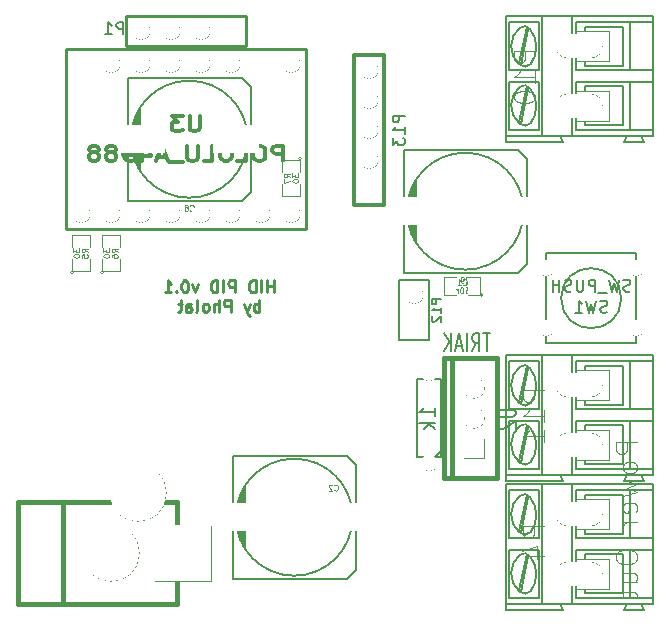
<source format=gbo>
G04 (created by PCBNEW (2013-mar-13)-testing) date czw, 7 sie 2014, 20:04:06*
%MOIN*%
G04 Gerber Fmt 3.4, Leading zero omitted, Abs format*
%FSLAX34Y34*%
G01*
G70*
G90*
G04 APERTURE LIST*
%ADD10C,0.005906*%
%ADD11C,0.009843*%
%ADD12C,0.003900*%
%ADD13C,0.005000*%
%ADD14C,0.010000*%
%ADD15C,0.002600*%
%ADD16C,0.006000*%
%ADD17C,0.015000*%
%ADD18C,0.012000*%
%ADD19C,0.008000*%
%ADD20C,0.004300*%
%ADD21C,0.004700*%
%ADD22C,0.003500*%
%ADD23R,0.035000X0.055000*%
%ADD24R,0.157500X0.094500*%
%ADD25C,0.035400*%
%ADD26R,0.060000X0.060000*%
%ADD27C,0.060000*%
%ADD28O,0.156000X0.078000*%
%ADD29C,0.189000*%
%ADD30R,0.189000X0.189000*%
%ADD31R,0.055000X0.035000*%
%ADD32C,0.055000*%
%ADD33C,0.070000*%
%ADD34R,0.070000X0.070000*%
%ADD35R,0.055000X0.055000*%
G04 APERTURE END LIST*
G54D10*
G54D11*
X7009Y-9278D02*
X7009Y-8884D01*
X7009Y-9071D02*
X6784Y-9071D01*
X6784Y-9278D02*
X6784Y-8884D01*
X6596Y-9278D02*
X6596Y-8884D01*
X6409Y-9278D02*
X6409Y-8884D01*
X6315Y-8884D01*
X6259Y-8903D01*
X6221Y-8940D01*
X6202Y-8978D01*
X6184Y-9053D01*
X6184Y-9109D01*
X6202Y-9184D01*
X6221Y-9221D01*
X6259Y-9259D01*
X6315Y-9278D01*
X6409Y-9278D01*
X5715Y-9278D02*
X5715Y-8884D01*
X5565Y-8884D01*
X5528Y-8903D01*
X5509Y-8921D01*
X5490Y-8959D01*
X5490Y-9015D01*
X5509Y-9053D01*
X5528Y-9071D01*
X5565Y-9090D01*
X5715Y-9090D01*
X5321Y-9278D02*
X5321Y-8884D01*
X5134Y-9278D02*
X5134Y-8884D01*
X5040Y-8884D01*
X4984Y-8903D01*
X4946Y-8940D01*
X4928Y-8978D01*
X4909Y-9053D01*
X4909Y-9109D01*
X4928Y-9184D01*
X4946Y-9221D01*
X4984Y-9259D01*
X5040Y-9278D01*
X5134Y-9278D01*
X4478Y-9015D02*
X4384Y-9278D01*
X4290Y-9015D01*
X4065Y-8884D02*
X4028Y-8884D01*
X3990Y-8903D01*
X3972Y-8921D01*
X3953Y-8959D01*
X3934Y-9034D01*
X3934Y-9128D01*
X3953Y-9203D01*
X3972Y-9240D01*
X3990Y-9259D01*
X4028Y-9278D01*
X4065Y-9278D01*
X4103Y-9259D01*
X4122Y-9240D01*
X4140Y-9203D01*
X4159Y-9128D01*
X4159Y-9034D01*
X4140Y-8959D01*
X4122Y-8921D01*
X4103Y-8903D01*
X4065Y-8884D01*
X3765Y-9240D02*
X3747Y-9259D01*
X3765Y-9278D01*
X3784Y-9259D01*
X3765Y-9240D01*
X3765Y-9278D01*
X3372Y-9278D02*
X3597Y-9278D01*
X3484Y-9278D02*
X3484Y-8884D01*
X3522Y-8940D01*
X3559Y-8978D01*
X3597Y-8996D01*
X6531Y-9927D02*
X6531Y-9534D01*
X6531Y-9683D02*
X6493Y-9665D01*
X6418Y-9665D01*
X6381Y-9683D01*
X6362Y-9702D01*
X6343Y-9740D01*
X6343Y-9852D01*
X6362Y-9890D01*
X6381Y-9908D01*
X6418Y-9927D01*
X6493Y-9927D01*
X6531Y-9908D01*
X6212Y-9665D02*
X6118Y-9927D01*
X6024Y-9665D02*
X6118Y-9927D01*
X6156Y-10021D01*
X6174Y-10040D01*
X6212Y-10058D01*
X5574Y-9927D02*
X5574Y-9534D01*
X5424Y-9534D01*
X5387Y-9552D01*
X5368Y-9571D01*
X5349Y-9608D01*
X5349Y-9665D01*
X5368Y-9702D01*
X5387Y-9721D01*
X5424Y-9740D01*
X5574Y-9740D01*
X5181Y-9927D02*
X5181Y-9534D01*
X5012Y-9927D02*
X5012Y-9721D01*
X5031Y-9683D01*
X5068Y-9665D01*
X5125Y-9665D01*
X5162Y-9683D01*
X5181Y-9702D01*
X4768Y-9927D02*
X4806Y-9908D01*
X4825Y-9890D01*
X4843Y-9852D01*
X4843Y-9740D01*
X4825Y-9702D01*
X4806Y-9683D01*
X4768Y-9665D01*
X4712Y-9665D01*
X4675Y-9683D01*
X4656Y-9702D01*
X4637Y-9740D01*
X4637Y-9852D01*
X4656Y-9890D01*
X4675Y-9908D01*
X4712Y-9927D01*
X4768Y-9927D01*
X4412Y-9927D02*
X4450Y-9908D01*
X4468Y-9871D01*
X4468Y-9534D01*
X4093Y-9927D02*
X4093Y-9721D01*
X4112Y-9683D01*
X4150Y-9665D01*
X4225Y-9665D01*
X4262Y-9683D01*
X4093Y-9908D02*
X4131Y-9927D01*
X4225Y-9927D01*
X4262Y-9908D01*
X4281Y-9871D01*
X4281Y-9833D01*
X4262Y-9796D01*
X4225Y-9777D01*
X4131Y-9777D01*
X4093Y-9758D01*
X3962Y-9665D02*
X3812Y-9665D01*
X3906Y-9534D02*
X3906Y-9871D01*
X3887Y-9908D01*
X3850Y-9927D01*
X3812Y-9927D01*
G54D12*
X13992Y-9377D02*
G75*
G03X13992Y-9377I-50J0D01*
G74*
G01*
X13492Y-9377D02*
X13892Y-9377D01*
X13892Y-9377D02*
X13892Y-8777D01*
X13892Y-8777D02*
X13492Y-8777D01*
X13092Y-8777D02*
X12692Y-8777D01*
X12692Y-8777D02*
X12692Y-9377D01*
X12692Y-9377D02*
X13092Y-9377D01*
G54D13*
X5792Y-16377D02*
X5792Y-17177D01*
X5842Y-17327D02*
X5842Y-16177D01*
X5892Y-16077D02*
X5892Y-17477D01*
X5942Y-17627D02*
X5942Y-15927D01*
X5992Y-15827D02*
X5992Y-17727D01*
X6042Y-17777D02*
X6042Y-15777D01*
X9642Y-16777D02*
G75*
G03X9642Y-16777I-1950J0D01*
G74*
G01*
X5642Y-18827D02*
X5642Y-14727D01*
X5642Y-14727D02*
X9442Y-14727D01*
X9442Y-14727D02*
X9742Y-15027D01*
X9742Y-15027D02*
X9742Y-18527D01*
X9742Y-18527D02*
X9442Y-18827D01*
X9442Y-18827D02*
X5642Y-18827D01*
X9492Y-16777D02*
X9192Y-16777D01*
X9342Y-16927D02*
X9342Y-16627D01*
X2292Y-3777D02*
X2292Y-4577D01*
X2342Y-4727D02*
X2342Y-3577D01*
X2392Y-3477D02*
X2392Y-4877D01*
X2442Y-5027D02*
X2442Y-3327D01*
X2492Y-3227D02*
X2492Y-5127D01*
X2542Y-5177D02*
X2542Y-3177D01*
X6142Y-4177D02*
G75*
G03X6142Y-4177I-1950J0D01*
G74*
G01*
X2142Y-6227D02*
X2142Y-2127D01*
X2142Y-2127D02*
X5942Y-2127D01*
X5942Y-2127D02*
X6242Y-2427D01*
X6242Y-2427D02*
X6242Y-5927D01*
X6242Y-5927D02*
X5942Y-6227D01*
X5942Y-6227D02*
X2142Y-6227D01*
X5992Y-4177D02*
X5692Y-4177D01*
X5842Y-4327D02*
X5842Y-4027D01*
X11492Y-6177D02*
X11492Y-6977D01*
X11542Y-7127D02*
X11542Y-5977D01*
X11592Y-5877D02*
X11592Y-7277D01*
X11642Y-7427D02*
X11642Y-5727D01*
X11692Y-5627D02*
X11692Y-7527D01*
X11742Y-7577D02*
X11742Y-5577D01*
X15342Y-6577D02*
G75*
G03X15342Y-6577I-1949J0D01*
G74*
G01*
X11342Y-8627D02*
X11342Y-4527D01*
X11342Y-4527D02*
X15142Y-4527D01*
X15142Y-4527D02*
X15442Y-4827D01*
X15442Y-4827D02*
X15442Y-8327D01*
X15442Y-8327D02*
X15142Y-8627D01*
X15142Y-8627D02*
X11342Y-8627D01*
X15192Y-6577D02*
X14892Y-6577D01*
X15042Y-6727D02*
X15042Y-6427D01*
G54D14*
X2092Y-1077D02*
X6092Y-1077D01*
X2092Y-77D02*
X6092Y-77D01*
X6092Y-77D02*
X6092Y-1077D01*
X2092Y-1077D02*
X2092Y-77D01*
G54D15*
X18192Y-16187D02*
X18192Y-17187D01*
X18192Y-17187D02*
X17092Y-17187D01*
X17092Y-16187D02*
X17092Y-17187D01*
X18192Y-16187D02*
X17092Y-16187D01*
X18192Y-18157D02*
X18192Y-19157D01*
X18192Y-19157D02*
X17092Y-19157D01*
X17092Y-18157D02*
X17092Y-19157D01*
X18192Y-18157D02*
X17092Y-18157D01*
G54D16*
X14742Y-19677D02*
X15942Y-19677D01*
X14742Y-19677D02*
X14742Y-15677D01*
X14742Y-19677D02*
X14742Y-19877D01*
X14742Y-19877D02*
X16642Y-19877D01*
X16642Y-19877D02*
X16542Y-19677D01*
X19342Y-19877D02*
X19242Y-19677D01*
X19242Y-19677D02*
X19642Y-19677D01*
X18692Y-19877D02*
X18792Y-19677D01*
X18792Y-19677D02*
X19242Y-19677D01*
X18692Y-19877D02*
X19342Y-19877D01*
X19642Y-17857D02*
X18892Y-17857D01*
X17092Y-19457D02*
X18892Y-19457D01*
X19642Y-17857D02*
X19642Y-19457D01*
X19642Y-19457D02*
X19642Y-19677D01*
X19642Y-17487D02*
X18892Y-17487D01*
X19642Y-17487D02*
X19642Y-17857D01*
X17092Y-15887D02*
X18892Y-15887D01*
X19642Y-15677D02*
X19642Y-15887D01*
X19642Y-15887D02*
X19642Y-17487D01*
X18892Y-17857D02*
X18892Y-19457D01*
X18892Y-17857D02*
X17092Y-17857D01*
X18892Y-19457D02*
X19642Y-19457D01*
X18892Y-17487D02*
X18892Y-15887D01*
X18892Y-17487D02*
X17092Y-17487D01*
X18892Y-15887D02*
X19642Y-15887D01*
X18642Y-19307D02*
X17392Y-19307D01*
X18642Y-19307D02*
X18642Y-18007D01*
X18642Y-18007D02*
X17392Y-18007D01*
X18642Y-17337D02*
X17392Y-17337D01*
X18642Y-17337D02*
X18642Y-16037D01*
X18642Y-16037D02*
X17392Y-16037D01*
X17392Y-16037D02*
X17392Y-16187D01*
X17392Y-17337D02*
X17392Y-17187D01*
X17392Y-18007D02*
X17392Y-18157D01*
X17392Y-19307D02*
X17392Y-19157D01*
X19642Y-15677D02*
X16942Y-15677D01*
X16942Y-15677D02*
X15942Y-15677D01*
X16542Y-19677D02*
X16942Y-19677D01*
X16942Y-19677D02*
X18792Y-19677D01*
X15942Y-15677D02*
X15942Y-19677D01*
X15942Y-15677D02*
X14742Y-15677D01*
X15942Y-19677D02*
X16542Y-19677D01*
X15842Y-17857D02*
X14842Y-17857D01*
X14842Y-17857D02*
X14842Y-19457D01*
X14842Y-19457D02*
X15842Y-19457D01*
X15842Y-19457D02*
X15842Y-17857D01*
X15842Y-17487D02*
X14842Y-17487D01*
X15842Y-17487D02*
X15842Y-15887D01*
X15842Y-15887D02*
X14842Y-15887D01*
X14842Y-17487D02*
X14842Y-15887D01*
X15442Y-18017D02*
X15192Y-19217D01*
X15492Y-18067D02*
X15242Y-19267D01*
X15442Y-16047D02*
X15192Y-17248D01*
X15492Y-16097D02*
X15242Y-17297D01*
X17092Y-15887D02*
X17092Y-16037D01*
X17092Y-17487D02*
X17092Y-17337D01*
X17092Y-17337D02*
X17092Y-16037D01*
X16942Y-15677D02*
X16942Y-16037D01*
X16942Y-16037D02*
X16942Y-17337D01*
X16942Y-17337D02*
X16942Y-18007D01*
X16942Y-19677D02*
X16942Y-19307D01*
X16942Y-19307D02*
X16942Y-18007D01*
X17092Y-19457D02*
X17092Y-19307D01*
X17092Y-17857D02*
X17092Y-18007D01*
X17092Y-18007D02*
X17092Y-19307D01*
X15584Y-19236D02*
G75*
G02X15203Y-19256I-200J178D01*
G74*
G01*
X15553Y-18077D02*
G75*
G02X15571Y-19253I-750J-600D01*
G74*
G01*
X15202Y-19258D02*
G75*
G02X15222Y-18017I530J611D01*
G74*
G01*
X15203Y-18038D02*
G75*
G02X15567Y-18093I160J-169D01*
G74*
G01*
X15585Y-17266D02*
G75*
G02X15203Y-17287I-201J178D01*
G74*
G01*
X15553Y-16108D02*
G75*
G02X15571Y-17284I-750J-600D01*
G74*
G01*
X15200Y-17290D02*
G75*
G02X15222Y-16047I532J611D01*
G74*
G01*
X15204Y-16067D02*
G75*
G02X15567Y-16124I159J-170D01*
G74*
G01*
G54D17*
X-1207Y-19677D02*
X-1507Y-19677D01*
X-1507Y-19677D02*
X-1507Y-16277D01*
X-1507Y-16277D02*
X-1207Y-16277D01*
X-7Y-19677D02*
X-7Y-16277D01*
X3792Y-19677D02*
X3792Y-16277D01*
X-1207Y-16277D02*
X3792Y-16277D01*
X-1207Y-19677D02*
X3792Y-19677D01*
G54D15*
X18192Y-587D02*
X18192Y-1587D01*
X18192Y-1587D02*
X17092Y-1587D01*
X17092Y-587D02*
X17092Y-1587D01*
X18192Y-587D02*
X17092Y-587D01*
X18192Y-2557D02*
X18192Y-3557D01*
X18192Y-3557D02*
X17092Y-3557D01*
X17092Y-2557D02*
X17092Y-3557D01*
X18192Y-2557D02*
X17092Y-2557D01*
G54D16*
X14742Y-4077D02*
X15942Y-4077D01*
X14742Y-4077D02*
X14742Y-77D01*
X14742Y-4077D02*
X14742Y-4277D01*
X14742Y-4277D02*
X16642Y-4277D01*
X16642Y-4277D02*
X16542Y-4077D01*
X19342Y-4277D02*
X19242Y-4077D01*
X19242Y-4077D02*
X19642Y-4077D01*
X18692Y-4277D02*
X18792Y-4077D01*
X18792Y-4077D02*
X19242Y-4077D01*
X18692Y-4277D02*
X19342Y-4277D01*
X19642Y-2257D02*
X18892Y-2257D01*
X17092Y-3857D02*
X18892Y-3857D01*
X19642Y-2257D02*
X19642Y-3857D01*
X19642Y-3857D02*
X19642Y-4077D01*
X19642Y-1887D02*
X18892Y-1887D01*
X19642Y-1887D02*
X19642Y-2257D01*
X17092Y-287D02*
X18892Y-287D01*
X19642Y-77D02*
X19642Y-287D01*
X19642Y-287D02*
X19642Y-1887D01*
X18892Y-2257D02*
X18892Y-3857D01*
X18892Y-2257D02*
X17092Y-2257D01*
X18892Y-3857D02*
X19642Y-3857D01*
X18892Y-1887D02*
X18892Y-287D01*
X18892Y-1887D02*
X17092Y-1887D01*
X18892Y-287D02*
X19642Y-287D01*
X18642Y-3707D02*
X17392Y-3707D01*
X18642Y-3707D02*
X18642Y-2407D01*
X18642Y-2407D02*
X17392Y-2407D01*
X18642Y-1737D02*
X17392Y-1737D01*
X18642Y-1737D02*
X18642Y-437D01*
X18642Y-437D02*
X17392Y-437D01*
X17392Y-437D02*
X17392Y-587D01*
X17392Y-1737D02*
X17392Y-1587D01*
X17392Y-2407D02*
X17392Y-2557D01*
X17392Y-3707D02*
X17392Y-3557D01*
X19642Y-77D02*
X16942Y-77D01*
X16942Y-77D02*
X15942Y-77D01*
X16542Y-4077D02*
X16942Y-4077D01*
X16942Y-4077D02*
X18792Y-4077D01*
X15942Y-77D02*
X15942Y-4077D01*
X15942Y-77D02*
X14742Y-77D01*
X15942Y-4077D02*
X16542Y-4077D01*
X15842Y-2257D02*
X14842Y-2257D01*
X14842Y-2257D02*
X14842Y-3857D01*
X14842Y-3857D02*
X15842Y-3857D01*
X15842Y-3857D02*
X15842Y-2257D01*
X15842Y-1887D02*
X14842Y-1887D01*
X15842Y-1887D02*
X15842Y-287D01*
X15842Y-287D02*
X14842Y-287D01*
X14842Y-1887D02*
X14842Y-287D01*
X15442Y-2417D02*
X15192Y-3617D01*
X15492Y-2467D02*
X15242Y-3667D01*
X15442Y-447D02*
X15192Y-1648D01*
X15492Y-497D02*
X15242Y-1697D01*
X17092Y-287D02*
X17092Y-437D01*
X17092Y-1887D02*
X17092Y-1737D01*
X17092Y-1737D02*
X17092Y-437D01*
X16942Y-77D02*
X16942Y-437D01*
X16942Y-437D02*
X16942Y-1737D01*
X16942Y-1737D02*
X16942Y-2407D01*
X16942Y-4077D02*
X16942Y-3707D01*
X16942Y-3707D02*
X16942Y-2407D01*
X17092Y-3857D02*
X17092Y-3707D01*
X17092Y-2257D02*
X17092Y-2407D01*
X17092Y-2407D02*
X17092Y-3707D01*
X15584Y-3636D02*
G75*
G02X15203Y-3656I-200J178D01*
G74*
G01*
X15553Y-2477D02*
G75*
G02X15571Y-3653I-750J-600D01*
G74*
G01*
X15202Y-3658D02*
G75*
G02X15222Y-2417I530J611D01*
G74*
G01*
X15203Y-2438D02*
G75*
G02X15567Y-2493I160J-169D01*
G74*
G01*
X15585Y-1666D02*
G75*
G02X15203Y-1687I-201J178D01*
G74*
G01*
X15553Y-508D02*
G75*
G02X15571Y-1684I-750J-600D01*
G74*
G01*
X15200Y-1690D02*
G75*
G02X15222Y-447I532J611D01*
G74*
G01*
X15204Y-467D02*
G75*
G02X15567Y-524I159J-170D01*
G74*
G01*
G54D15*
X18192Y-11887D02*
X18192Y-12887D01*
X18192Y-12887D02*
X17092Y-12887D01*
X17092Y-11887D02*
X17092Y-12887D01*
X18192Y-11887D02*
X17092Y-11887D01*
X18192Y-13857D02*
X18192Y-14857D01*
X18192Y-14857D02*
X17092Y-14857D01*
X17092Y-13857D02*
X17092Y-14857D01*
X18192Y-13857D02*
X17092Y-13857D01*
G54D16*
X14742Y-15377D02*
X15942Y-15377D01*
X14742Y-15377D02*
X14742Y-11377D01*
X14742Y-15377D02*
X14742Y-15577D01*
X14742Y-15577D02*
X16642Y-15577D01*
X16642Y-15577D02*
X16542Y-15377D01*
X19342Y-15577D02*
X19242Y-15377D01*
X19242Y-15377D02*
X19642Y-15377D01*
X18692Y-15577D02*
X18792Y-15377D01*
X18792Y-15377D02*
X19242Y-15377D01*
X18692Y-15577D02*
X19342Y-15577D01*
X19642Y-13557D02*
X18892Y-13557D01*
X17092Y-15157D02*
X18892Y-15157D01*
X19642Y-13557D02*
X19642Y-15157D01*
X19642Y-15157D02*
X19642Y-15377D01*
X19642Y-13187D02*
X18892Y-13187D01*
X19642Y-13187D02*
X19642Y-13557D01*
X17092Y-11587D02*
X18892Y-11587D01*
X19642Y-11377D02*
X19642Y-11587D01*
X19642Y-11587D02*
X19642Y-13187D01*
X18892Y-13557D02*
X18892Y-15157D01*
X18892Y-13557D02*
X17092Y-13557D01*
X18892Y-15157D02*
X19642Y-15157D01*
X18892Y-13187D02*
X18892Y-11587D01*
X18892Y-13187D02*
X17092Y-13187D01*
X18892Y-11587D02*
X19642Y-11587D01*
X18642Y-15007D02*
X17392Y-15007D01*
X18642Y-15007D02*
X18642Y-13707D01*
X18642Y-13707D02*
X17392Y-13707D01*
X18642Y-13037D02*
X17392Y-13037D01*
X18642Y-13037D02*
X18642Y-11737D01*
X18642Y-11737D02*
X17392Y-11737D01*
X17392Y-11737D02*
X17392Y-11887D01*
X17392Y-13037D02*
X17392Y-12887D01*
X17392Y-13707D02*
X17392Y-13857D01*
X17392Y-15007D02*
X17392Y-14857D01*
X19642Y-11377D02*
X16942Y-11377D01*
X16942Y-11377D02*
X15942Y-11377D01*
X16542Y-15377D02*
X16942Y-15377D01*
X16942Y-15377D02*
X18792Y-15377D01*
X15942Y-11377D02*
X15942Y-15377D01*
X15942Y-11377D02*
X14742Y-11377D01*
X15942Y-15377D02*
X16542Y-15377D01*
X15842Y-13557D02*
X14842Y-13557D01*
X14842Y-13557D02*
X14842Y-15157D01*
X14842Y-15157D02*
X15842Y-15157D01*
X15842Y-15157D02*
X15842Y-13557D01*
X15842Y-13187D02*
X14842Y-13187D01*
X15842Y-13187D02*
X15842Y-11587D01*
X15842Y-11587D02*
X14842Y-11587D01*
X14842Y-13187D02*
X14842Y-11587D01*
X15442Y-13717D02*
X15192Y-14917D01*
X15492Y-13767D02*
X15242Y-14967D01*
X15442Y-11747D02*
X15192Y-12948D01*
X15492Y-11797D02*
X15242Y-12997D01*
X17092Y-11587D02*
X17092Y-11737D01*
X17092Y-13187D02*
X17092Y-13037D01*
X17092Y-13037D02*
X17092Y-11737D01*
X16942Y-11377D02*
X16942Y-11737D01*
X16942Y-11737D02*
X16942Y-13037D01*
X16942Y-13037D02*
X16942Y-13707D01*
X16942Y-15377D02*
X16942Y-15007D01*
X16942Y-15007D02*
X16942Y-13707D01*
X17092Y-15157D02*
X17092Y-15007D01*
X17092Y-13557D02*
X17092Y-13707D01*
X17092Y-13707D02*
X17092Y-15007D01*
X15584Y-14936D02*
G75*
G02X15203Y-14956I-200J178D01*
G74*
G01*
X15553Y-13777D02*
G75*
G02X15571Y-14953I-750J-600D01*
G74*
G01*
X15202Y-14958D02*
G75*
G02X15222Y-13717I530J611D01*
G74*
G01*
X15203Y-13738D02*
G75*
G02X15567Y-13793I160J-169D01*
G74*
G01*
X15585Y-12966D02*
G75*
G02X15203Y-12987I-201J178D01*
G74*
G01*
X15553Y-11808D02*
G75*
G02X15571Y-12984I-750J-600D01*
G74*
G01*
X15200Y-12990D02*
G75*
G02X15222Y-11747I532J611D01*
G74*
G01*
X15204Y-11767D02*
G75*
G02X15567Y-11824I159J-170D01*
G74*
G01*
X11192Y-10877D02*
X12192Y-10877D01*
X12192Y-10877D02*
X12192Y-8877D01*
X12192Y-8877D02*
X11192Y-8877D01*
X11192Y-8877D02*
X11192Y-10877D01*
G54D18*
X10692Y-6377D02*
X9692Y-6377D01*
X9692Y-1377D02*
X10692Y-1377D01*
X10692Y-6377D02*
X10692Y-1377D01*
X9692Y-1377D02*
X9692Y-6377D01*
G54D12*
X342Y-8627D02*
G75*
G03X342Y-8627I-50J0D01*
G74*
G01*
X292Y-8177D02*
X292Y-8577D01*
X292Y-8577D02*
X892Y-8577D01*
X892Y-8577D02*
X892Y-8177D01*
X892Y-7777D02*
X892Y-7377D01*
X892Y-7377D02*
X292Y-7377D01*
X292Y-7377D02*
X292Y-7777D01*
X1342Y-8627D02*
G75*
G03X1342Y-8627I-50J0D01*
G74*
G01*
X1292Y-8177D02*
X1292Y-8577D01*
X1292Y-8577D02*
X1892Y-8577D01*
X1892Y-8577D02*
X1892Y-8177D01*
X1892Y-7777D02*
X1892Y-7377D01*
X1892Y-7377D02*
X1292Y-7377D01*
X1292Y-7377D02*
X1292Y-7777D01*
X7942Y-4827D02*
G75*
G03X7942Y-4827I-50J0D01*
G74*
G01*
X7892Y-5277D02*
X7892Y-4877D01*
X7892Y-4877D02*
X7292Y-4877D01*
X7292Y-4877D02*
X7292Y-5277D01*
X7292Y-5677D02*
X7292Y-6077D01*
X7292Y-6077D02*
X7892Y-6077D01*
X7892Y-6077D02*
X7892Y-5677D01*
G54D19*
X12192Y-14977D02*
X12192Y-14777D01*
X12192Y-11977D02*
X12192Y-12177D01*
X12192Y-12177D02*
X12592Y-12177D01*
X12592Y-12177D02*
X12592Y-14777D01*
X12592Y-14777D02*
X11792Y-14777D01*
X11792Y-14777D02*
X11792Y-12177D01*
X11792Y-12177D02*
X12192Y-12177D01*
X12392Y-14777D02*
X12592Y-14577D01*
G54D13*
X18592Y-9477D02*
G75*
G03X18592Y-9477I-1000J0D01*
G74*
G01*
X16092Y-10977D02*
X19092Y-10977D01*
X19092Y-10977D02*
X19092Y-7977D01*
X19092Y-7977D02*
X16092Y-7977D01*
X16092Y-10977D02*
X16092Y-7977D01*
G54D17*
X12942Y-11477D02*
X12692Y-11477D01*
X12692Y-11477D02*
X12692Y-15477D01*
X12692Y-15477D02*
X12942Y-15477D01*
X14442Y-11477D02*
X12942Y-11477D01*
X12942Y-11477D02*
X12942Y-15477D01*
X12942Y-15477D02*
X14442Y-15477D01*
X14442Y-15477D02*
X14442Y-11477D01*
G54D14*
X92Y-7177D02*
X8092Y-7177D01*
X8092Y-7177D02*
X8092Y-1177D01*
X8092Y-1177D02*
X92Y-1177D01*
X92Y-1177D02*
X92Y-7177D01*
G54D10*
X5322Y-307D02*
X5322Y-848D01*
X5863Y-848D01*
X5863Y-307D01*
X5322Y-307D01*
X4863Y-577D02*
G75*
G03X4863Y-577I-270J0D01*
G74*
G01*
X3863Y-577D02*
G75*
G03X3863Y-577I-270J0D01*
G74*
G01*
X2863Y-577D02*
G75*
G03X2863Y-577I-270J0D01*
G74*
G01*
X17582Y-16327D02*
X16802Y-16327D01*
X17582Y-17048D02*
X16802Y-17048D01*
X16802Y-16327D02*
G75*
G03X16802Y-17048I0J-360D01*
G74*
G01*
X17582Y-17048D02*
G75*
G03X17582Y-16327I0J360D01*
G74*
G01*
X17582Y-18297D02*
X16802Y-18297D01*
X17582Y-19018D02*
X16802Y-19018D01*
X16802Y-18297D02*
G75*
G03X16802Y-19018I0J-360D01*
G74*
G01*
X17582Y-19018D02*
G75*
G03X17582Y-18297I0J360D01*
G74*
G01*
X2508Y-17977D02*
G75*
G03X2508Y-17977I-915J0D01*
G74*
G01*
X3077Y-17062D02*
X3077Y-18893D01*
X4908Y-18893D01*
X4908Y-17062D01*
X3077Y-17062D01*
X3408Y-15977D02*
G75*
G03X3408Y-15977I-915J0D01*
G74*
G01*
X17582Y-727D02*
X16802Y-727D01*
X17582Y-1448D02*
X16802Y-1448D01*
X16802Y-727D02*
G75*
G03X16802Y-1448I0J-360D01*
G74*
G01*
X17582Y-1448D02*
G75*
G03X17582Y-727I0J360D01*
G74*
G01*
X17582Y-2697D02*
X16802Y-2697D01*
X17582Y-3418D02*
X16802Y-3418D01*
X16802Y-2697D02*
G75*
G03X16802Y-3418I0J-360D01*
G74*
G01*
X17582Y-3418D02*
G75*
G03X17582Y-2697I0J360D01*
G74*
G01*
X17582Y-12027D02*
X16802Y-12027D01*
X17582Y-12748D02*
X16802Y-12748D01*
X16802Y-12027D02*
G75*
G03X16802Y-12748I0J-360D01*
G74*
G01*
X17582Y-12748D02*
G75*
G03X17582Y-12027I0J360D01*
G74*
G01*
X17582Y-13997D02*
X16802Y-13997D01*
X17582Y-14718D02*
X16802Y-14718D01*
X16802Y-13997D02*
G75*
G03X16802Y-14718I0J-360D01*
G74*
G01*
X17582Y-14718D02*
G75*
G03X17582Y-13997I0J360D01*
G74*
G01*
X11422Y-10107D02*
X11422Y-10648D01*
X11963Y-10648D01*
X11963Y-10107D01*
X11422Y-10107D01*
X11963Y-9377D02*
G75*
G03X11963Y-9377I-270J0D01*
G74*
G01*
X9922Y-5607D02*
X9922Y-6148D01*
X10463Y-6148D01*
X10463Y-5607D01*
X9922Y-5607D01*
X10463Y-4877D02*
G75*
G03X10463Y-4877I-270J0D01*
G74*
G01*
X10463Y-3877D02*
G75*
G03X10463Y-3877I-270J0D01*
G74*
G01*
X10463Y-2877D02*
G75*
G03X10463Y-2877I-270J0D01*
G74*
G01*
X10463Y-1877D02*
G75*
G03X10463Y-1877I-270J0D01*
G74*
G01*
X12438Y-14977D02*
G75*
G03X12438Y-14977I-245J0D01*
G74*
G01*
X12438Y-11977D02*
G75*
G03X12438Y-11977I-245J0D01*
G74*
G01*
X19338Y-10477D02*
G75*
G03X19338Y-10477I-245J0D01*
G74*
G01*
X19338Y-8477D02*
G75*
G03X19338Y-8477I-245J0D01*
G74*
G01*
X16338Y-10477D02*
G75*
G03X16338Y-10477I-245J0D01*
G74*
G01*
X16338Y-8477D02*
G75*
G03X16338Y-8477I-245J0D01*
G74*
G01*
X14013Y-12477D02*
G75*
G03X14013Y-12477I-320J0D01*
G74*
G01*
X14013Y-13477D02*
G75*
G03X14013Y-13477I-320J0D01*
G74*
G01*
X13372Y-14157D02*
X13372Y-14798D01*
X14013Y-14798D01*
X14013Y-14157D01*
X13372Y-14157D01*
X322Y-1407D02*
X322Y-1948D01*
X863Y-1948D01*
X863Y-1407D01*
X322Y-1407D01*
X1863Y-1677D02*
G75*
G03X1863Y-1677I-270J0D01*
G74*
G01*
X2863Y-1677D02*
G75*
G03X2863Y-1677I-270J0D01*
G74*
G01*
X3863Y-1677D02*
G75*
G03X3863Y-1677I-270J0D01*
G74*
G01*
X4863Y-1677D02*
G75*
G03X4863Y-1677I-270J0D01*
G74*
G01*
X5863Y-1677D02*
G75*
G03X5863Y-1677I-270J0D01*
G74*
G01*
X6322Y-1407D02*
X6322Y-1948D01*
X6863Y-1948D01*
X6863Y-1407D01*
X6322Y-1407D01*
X7863Y-1677D02*
G75*
G03X7863Y-1677I-270J0D01*
G74*
G01*
X7863Y-6677D02*
G75*
G03X7863Y-6677I-270J0D01*
G74*
G01*
X6863Y-6677D02*
G75*
G03X6863Y-6677I-270J0D01*
G74*
G01*
X5863Y-6677D02*
G75*
G03X5863Y-6677I-270J0D01*
G74*
G01*
X4863Y-6677D02*
G75*
G03X4863Y-6677I-270J0D01*
G74*
G01*
X3863Y-6677D02*
G75*
G03X3863Y-6677I-270J0D01*
G74*
G01*
X2863Y-6677D02*
G75*
G03X2863Y-6677I-270J0D01*
G74*
G01*
X1863Y-6677D02*
G75*
G03X1863Y-6677I-270J0D01*
G74*
G01*
X863Y-6677D02*
G75*
G03X863Y-6677I-270J0D01*
G74*
G01*
G54D20*
X13325Y-9023D02*
X13335Y-9032D01*
X13363Y-9042D01*
X13382Y-9042D01*
X13410Y-9032D01*
X13428Y-9013D01*
X13438Y-8995D01*
X13447Y-8957D01*
X13447Y-8929D01*
X13438Y-8891D01*
X13428Y-8873D01*
X13410Y-8854D01*
X13382Y-8845D01*
X13363Y-8845D01*
X13335Y-8854D01*
X13325Y-8863D01*
X13138Y-9042D02*
X13250Y-9042D01*
X13194Y-9042D02*
X13194Y-8845D01*
X13213Y-8873D01*
X13231Y-8891D01*
X13250Y-8901D01*
X13719Y-9120D02*
X13597Y-9120D01*
X13663Y-9195D01*
X13635Y-9195D01*
X13616Y-9204D01*
X13607Y-9213D01*
X13597Y-9232D01*
X13597Y-9279D01*
X13607Y-9298D01*
X13616Y-9307D01*
X13635Y-9317D01*
X13691Y-9317D01*
X13710Y-9307D01*
X13719Y-9298D01*
X13532Y-9120D02*
X13410Y-9120D01*
X13475Y-9195D01*
X13447Y-9195D01*
X13428Y-9204D01*
X13419Y-9213D01*
X13410Y-9232D01*
X13410Y-9279D01*
X13419Y-9298D01*
X13428Y-9307D01*
X13447Y-9317D01*
X13503Y-9317D01*
X13522Y-9307D01*
X13532Y-9298D01*
X13288Y-9120D02*
X13269Y-9120D01*
X13250Y-9129D01*
X13241Y-9138D01*
X13231Y-9157D01*
X13222Y-9195D01*
X13222Y-9242D01*
X13231Y-9279D01*
X13241Y-9298D01*
X13250Y-9307D01*
X13269Y-9317D01*
X13288Y-9317D01*
X13306Y-9307D01*
X13316Y-9298D01*
X13325Y-9279D01*
X13335Y-9242D01*
X13335Y-9195D01*
X13325Y-9157D01*
X13316Y-9138D01*
X13306Y-9129D01*
X13288Y-9120D01*
X13138Y-9185D02*
X13138Y-9317D01*
X13138Y-9204D02*
X13128Y-9195D01*
X13109Y-9185D01*
X13081Y-9185D01*
X13063Y-9195D01*
X13053Y-9213D01*
X13053Y-9317D01*
X12894Y-9213D02*
X12959Y-9213D01*
X12959Y-9317D02*
X12959Y-9120D01*
X12866Y-9120D01*
G54D21*
X9032Y-15870D02*
X9042Y-15879D01*
X9070Y-15889D01*
X9089Y-15889D01*
X9117Y-15879D01*
X9136Y-15860D01*
X9145Y-15842D01*
X9154Y-15804D01*
X9154Y-15776D01*
X9145Y-15739D01*
X9136Y-15720D01*
X9117Y-15701D01*
X9089Y-15692D01*
X9070Y-15692D01*
X9042Y-15701D01*
X9032Y-15710D01*
X8957Y-15710D02*
X8948Y-15701D01*
X8929Y-15692D01*
X8882Y-15692D01*
X8863Y-15701D01*
X8854Y-15710D01*
X8845Y-15729D01*
X8845Y-15748D01*
X8854Y-15776D01*
X8967Y-15889D01*
X8845Y-15889D01*
X4225Y-6548D02*
X4235Y-6557D01*
X4263Y-6567D01*
X4282Y-6567D01*
X4310Y-6557D01*
X4328Y-6538D01*
X4338Y-6520D01*
X4347Y-6482D01*
X4347Y-6454D01*
X4338Y-6416D01*
X4328Y-6398D01*
X4310Y-6379D01*
X4282Y-6370D01*
X4263Y-6370D01*
X4235Y-6379D01*
X4225Y-6388D01*
X4113Y-6454D02*
X4131Y-6445D01*
X4141Y-6435D01*
X4150Y-6416D01*
X4150Y-6407D01*
X4141Y-6388D01*
X4131Y-6379D01*
X4113Y-6370D01*
X4075Y-6370D01*
X4056Y-6379D01*
X4047Y-6388D01*
X4038Y-6407D01*
X4038Y-6416D01*
X4047Y-6435D01*
X4056Y-6445D01*
X4075Y-6454D01*
X4113Y-6454D01*
X4131Y-6463D01*
X4141Y-6473D01*
X4150Y-6492D01*
X4150Y-6529D01*
X4141Y-6548D01*
X4131Y-6557D01*
X4113Y-6567D01*
X4075Y-6567D01*
X4056Y-6557D01*
X4047Y-6548D01*
X4038Y-6529D01*
X4038Y-6492D01*
X4047Y-6473D01*
X4056Y-6463D01*
X4075Y-6454D01*
X13425Y-8948D02*
X13435Y-8957D01*
X13463Y-8967D01*
X13482Y-8967D01*
X13510Y-8957D01*
X13528Y-8938D01*
X13538Y-8920D01*
X13547Y-8882D01*
X13547Y-8854D01*
X13538Y-8816D01*
X13528Y-8798D01*
X13510Y-8779D01*
X13482Y-8770D01*
X13463Y-8770D01*
X13435Y-8779D01*
X13425Y-8788D01*
X13331Y-8967D02*
X13294Y-8967D01*
X13275Y-8957D01*
X13266Y-8948D01*
X13247Y-8920D01*
X13238Y-8882D01*
X13238Y-8807D01*
X13247Y-8788D01*
X13256Y-8779D01*
X13275Y-8770D01*
X13313Y-8770D01*
X13331Y-8779D01*
X13341Y-8788D01*
X13350Y-8807D01*
X13350Y-8854D01*
X13341Y-8873D01*
X13331Y-8882D01*
X13313Y-8892D01*
X13275Y-8892D01*
X13256Y-8882D01*
X13247Y-8873D01*
X13238Y-8854D01*
G54D19*
X1995Y-680D02*
X1995Y-280D01*
X1842Y-280D01*
X1804Y-300D01*
X1785Y-319D01*
X1766Y-357D01*
X1766Y-414D01*
X1785Y-452D01*
X1804Y-471D01*
X1842Y-490D01*
X1995Y-490D01*
X1385Y-680D02*
X1614Y-680D01*
X1499Y-680D02*
X1499Y-280D01*
X1538Y-338D01*
X1576Y-376D01*
X1614Y-395D01*
G54D22*
X16016Y-17083D02*
X15316Y-17083D01*
X15316Y-17350D01*
X15350Y-17416D01*
X15383Y-17450D01*
X15450Y-17483D01*
X15550Y-17483D01*
X15616Y-17450D01*
X15650Y-17416D01*
X15683Y-17350D01*
X15683Y-17083D01*
X15550Y-18083D02*
X16016Y-18083D01*
X15283Y-17916D02*
X15783Y-17750D01*
X15783Y-18183D01*
X19116Y-14266D02*
X18416Y-14266D01*
X18416Y-14533D01*
X18450Y-14599D01*
X18483Y-14633D01*
X18550Y-14666D01*
X18650Y-14666D01*
X18716Y-14633D01*
X18750Y-14599D01*
X18783Y-14533D01*
X18783Y-14266D01*
X19116Y-15066D02*
X19083Y-14999D01*
X19050Y-14966D01*
X18983Y-14933D01*
X18783Y-14933D01*
X18716Y-14966D01*
X18683Y-14999D01*
X18650Y-15066D01*
X18650Y-15166D01*
X18683Y-15233D01*
X18716Y-15266D01*
X18783Y-15299D01*
X18983Y-15299D01*
X19050Y-15266D01*
X19083Y-15233D01*
X19116Y-15166D01*
X19116Y-15066D01*
X18650Y-15533D02*
X19116Y-15666D01*
X18783Y-15799D01*
X19116Y-15933D01*
X18650Y-16066D01*
X19083Y-16600D02*
X19116Y-16533D01*
X19116Y-16400D01*
X19083Y-16333D01*
X19016Y-16300D01*
X18750Y-16300D01*
X18683Y-16333D01*
X18650Y-16400D01*
X18650Y-16533D01*
X18683Y-16600D01*
X18750Y-16633D01*
X18816Y-16633D01*
X18883Y-16300D01*
X19116Y-16933D02*
X18650Y-16933D01*
X18783Y-16933D02*
X18716Y-16966D01*
X18683Y-17000D01*
X18650Y-17066D01*
X18650Y-17133D01*
X18416Y-18033D02*
X18416Y-18166D01*
X18450Y-18233D01*
X18516Y-18300D01*
X18650Y-18333D01*
X18883Y-18333D01*
X19016Y-18300D01*
X19083Y-18233D01*
X19116Y-18166D01*
X19116Y-18033D01*
X19083Y-17966D01*
X19016Y-17900D01*
X18883Y-17866D01*
X18650Y-17866D01*
X18516Y-17900D01*
X18450Y-17966D01*
X18416Y-18033D01*
X18650Y-18933D02*
X19116Y-18933D01*
X18650Y-18633D02*
X19016Y-18633D01*
X19083Y-18666D01*
X19116Y-18733D01*
X19116Y-18833D01*
X19083Y-18900D01*
X19050Y-18933D01*
X18650Y-19166D02*
X18650Y-19433D01*
X18416Y-19266D02*
X19016Y-19266D01*
X19083Y-19300D01*
X19116Y-19366D01*
X19116Y-19433D01*
G54D14*
G54D22*
X15716Y-1250D02*
X15016Y-1250D01*
X15016Y-1516D01*
X15050Y-1583D01*
X15083Y-1616D01*
X15150Y-1650D01*
X15250Y-1650D01*
X15316Y-1616D01*
X15350Y-1583D01*
X15383Y-1516D01*
X15383Y-1250D01*
X15716Y-2316D02*
X15716Y-1916D01*
X15716Y-2116D02*
X15016Y-2116D01*
X15116Y-2050D01*
X15183Y-1983D01*
X15216Y-1916D01*
X15016Y-2750D02*
X15016Y-2816D01*
X15050Y-2883D01*
X15083Y-2916D01*
X15150Y-2950D01*
X15283Y-2983D01*
X15450Y-2983D01*
X15583Y-2950D01*
X15650Y-2916D01*
X15683Y-2883D01*
X15716Y-2816D01*
X15716Y-2750D01*
X15683Y-2683D01*
X15650Y-2650D01*
X15583Y-2616D01*
X15450Y-2583D01*
X15283Y-2583D01*
X15150Y-2616D01*
X15083Y-2650D01*
X15050Y-2683D01*
X15016Y-2750D01*
X16016Y-12550D02*
X15316Y-12550D01*
X15316Y-12816D01*
X15350Y-12883D01*
X15383Y-12916D01*
X15450Y-12950D01*
X15550Y-12950D01*
X15616Y-12916D01*
X15650Y-12883D01*
X15683Y-12816D01*
X15683Y-12550D01*
X16016Y-13616D02*
X16016Y-13216D01*
X16016Y-13416D02*
X15316Y-13416D01*
X15416Y-13350D01*
X15483Y-13283D01*
X15516Y-13216D01*
X16016Y-14283D02*
X16016Y-13883D01*
X16016Y-14083D02*
X15316Y-14083D01*
X15416Y-14016D01*
X15483Y-13950D01*
X15516Y-13883D01*
G54D16*
X12578Y-9513D02*
X12278Y-9513D01*
X12278Y-9627D01*
X12292Y-9656D01*
X12307Y-9670D01*
X12335Y-9685D01*
X12378Y-9685D01*
X12407Y-9670D01*
X12421Y-9656D01*
X12435Y-9627D01*
X12435Y-9513D01*
X12578Y-9970D02*
X12578Y-9799D01*
X12578Y-9885D02*
X12278Y-9885D01*
X12321Y-9856D01*
X12350Y-9827D01*
X12364Y-9799D01*
X12307Y-10085D02*
X12292Y-10099D01*
X12278Y-10127D01*
X12278Y-10199D01*
X12292Y-10227D01*
X12307Y-10242D01*
X12335Y-10256D01*
X12364Y-10256D01*
X12407Y-10242D01*
X12578Y-10070D01*
X12578Y-10256D01*
G54D19*
X11373Y-3392D02*
X10973Y-3392D01*
X10973Y-3544D01*
X10992Y-3582D01*
X11011Y-3601D01*
X11050Y-3620D01*
X11107Y-3620D01*
X11145Y-3601D01*
X11164Y-3582D01*
X11183Y-3544D01*
X11183Y-3392D01*
X11373Y-4001D02*
X11373Y-3773D01*
X11373Y-3887D02*
X10973Y-3887D01*
X11031Y-3849D01*
X11069Y-3811D01*
X11088Y-3773D01*
X10973Y-4135D02*
X10973Y-4382D01*
X11126Y-4249D01*
X11126Y-4306D01*
X11145Y-4344D01*
X11164Y-4363D01*
X11202Y-4382D01*
X11297Y-4382D01*
X11335Y-4363D01*
X11354Y-4344D01*
X11373Y-4306D01*
X11373Y-4192D01*
X11354Y-4154D01*
X11335Y-4135D01*
G54D20*
X807Y-7945D02*
X713Y-7879D01*
X807Y-7832D02*
X610Y-7832D01*
X610Y-7907D01*
X619Y-7926D01*
X628Y-7935D01*
X647Y-7945D01*
X675Y-7945D01*
X694Y-7935D01*
X703Y-7926D01*
X713Y-7907D01*
X713Y-7832D01*
X610Y-8123D02*
X610Y-8029D01*
X703Y-8020D01*
X694Y-8029D01*
X685Y-8048D01*
X685Y-8095D01*
X694Y-8113D01*
X703Y-8123D01*
X722Y-8132D01*
X769Y-8132D01*
X788Y-8123D01*
X797Y-8113D01*
X807Y-8095D01*
X807Y-8048D01*
X797Y-8029D01*
X788Y-8020D01*
X335Y-7626D02*
X335Y-7748D01*
X410Y-7682D01*
X410Y-7710D01*
X419Y-7729D01*
X428Y-7738D01*
X447Y-7748D01*
X494Y-7748D01*
X513Y-7738D01*
X522Y-7729D01*
X532Y-7710D01*
X532Y-7654D01*
X522Y-7635D01*
X513Y-7626D01*
X335Y-7813D02*
X335Y-7935D01*
X410Y-7870D01*
X410Y-7898D01*
X419Y-7916D01*
X428Y-7926D01*
X447Y-7935D01*
X494Y-7935D01*
X513Y-7926D01*
X522Y-7916D01*
X532Y-7898D01*
X532Y-7841D01*
X522Y-7823D01*
X513Y-7813D01*
X335Y-8057D02*
X335Y-8076D01*
X344Y-8095D01*
X353Y-8104D01*
X372Y-8113D01*
X410Y-8123D01*
X456Y-8123D01*
X494Y-8113D01*
X513Y-8104D01*
X522Y-8095D01*
X532Y-8076D01*
X532Y-8057D01*
X522Y-8038D01*
X513Y-8029D01*
X494Y-8020D01*
X456Y-8010D01*
X410Y-8010D01*
X372Y-8020D01*
X353Y-8029D01*
X344Y-8038D01*
X335Y-8057D01*
X532Y-8320D02*
X438Y-8254D01*
X532Y-8207D02*
X335Y-8207D01*
X335Y-8282D01*
X344Y-8301D01*
X353Y-8310D01*
X372Y-8320D01*
X400Y-8320D01*
X419Y-8310D01*
X428Y-8301D01*
X438Y-8282D01*
X438Y-8207D01*
X1807Y-7945D02*
X1713Y-7879D01*
X1807Y-7832D02*
X1610Y-7832D01*
X1610Y-7907D01*
X1619Y-7926D01*
X1628Y-7935D01*
X1647Y-7945D01*
X1675Y-7945D01*
X1694Y-7935D01*
X1703Y-7926D01*
X1713Y-7907D01*
X1713Y-7832D01*
X1610Y-8113D02*
X1610Y-8076D01*
X1619Y-8057D01*
X1628Y-8048D01*
X1656Y-8029D01*
X1694Y-8020D01*
X1769Y-8020D01*
X1788Y-8029D01*
X1797Y-8038D01*
X1807Y-8057D01*
X1807Y-8095D01*
X1797Y-8113D01*
X1788Y-8123D01*
X1769Y-8132D01*
X1722Y-8132D01*
X1703Y-8123D01*
X1694Y-8113D01*
X1685Y-8095D01*
X1685Y-8057D01*
X1694Y-8038D01*
X1703Y-8029D01*
X1722Y-8020D01*
X1335Y-7626D02*
X1335Y-7748D01*
X1410Y-7682D01*
X1410Y-7710D01*
X1419Y-7729D01*
X1428Y-7738D01*
X1447Y-7748D01*
X1494Y-7748D01*
X1513Y-7738D01*
X1522Y-7729D01*
X1532Y-7710D01*
X1532Y-7654D01*
X1522Y-7635D01*
X1513Y-7626D01*
X1335Y-7813D02*
X1335Y-7935D01*
X1410Y-7870D01*
X1410Y-7898D01*
X1419Y-7916D01*
X1428Y-7926D01*
X1447Y-7935D01*
X1494Y-7935D01*
X1513Y-7926D01*
X1522Y-7916D01*
X1532Y-7898D01*
X1532Y-7841D01*
X1522Y-7823D01*
X1513Y-7813D01*
X1335Y-8057D02*
X1335Y-8076D01*
X1344Y-8095D01*
X1353Y-8104D01*
X1372Y-8113D01*
X1410Y-8123D01*
X1456Y-8123D01*
X1494Y-8113D01*
X1513Y-8104D01*
X1522Y-8095D01*
X1532Y-8076D01*
X1532Y-8057D01*
X1522Y-8038D01*
X1513Y-8029D01*
X1494Y-8020D01*
X1456Y-8010D01*
X1410Y-8010D01*
X1372Y-8020D01*
X1353Y-8029D01*
X1344Y-8038D01*
X1335Y-8057D01*
X1532Y-8320D02*
X1438Y-8254D01*
X1532Y-8207D02*
X1335Y-8207D01*
X1335Y-8282D01*
X1344Y-8301D01*
X1353Y-8310D01*
X1372Y-8320D01*
X1400Y-8320D01*
X1419Y-8310D01*
X1428Y-8301D01*
X1438Y-8282D01*
X1438Y-8207D01*
X7557Y-5445D02*
X7463Y-5379D01*
X7557Y-5332D02*
X7360Y-5332D01*
X7360Y-5407D01*
X7369Y-5426D01*
X7378Y-5435D01*
X7397Y-5445D01*
X7425Y-5445D01*
X7444Y-5435D01*
X7453Y-5426D01*
X7463Y-5407D01*
X7463Y-5332D01*
X7360Y-5510D02*
X7360Y-5642D01*
X7557Y-5557D01*
X7635Y-5126D02*
X7635Y-5248D01*
X7710Y-5182D01*
X7710Y-5210D01*
X7719Y-5229D01*
X7728Y-5238D01*
X7747Y-5248D01*
X7794Y-5248D01*
X7813Y-5238D01*
X7822Y-5229D01*
X7832Y-5210D01*
X7832Y-5154D01*
X7822Y-5135D01*
X7813Y-5126D01*
X7635Y-5313D02*
X7635Y-5435D01*
X7710Y-5370D01*
X7710Y-5398D01*
X7719Y-5416D01*
X7728Y-5426D01*
X7747Y-5435D01*
X7794Y-5435D01*
X7813Y-5426D01*
X7822Y-5416D01*
X7832Y-5398D01*
X7832Y-5341D01*
X7822Y-5323D01*
X7813Y-5313D01*
X7635Y-5557D02*
X7635Y-5576D01*
X7644Y-5595D01*
X7653Y-5604D01*
X7672Y-5613D01*
X7710Y-5623D01*
X7756Y-5623D01*
X7794Y-5613D01*
X7813Y-5604D01*
X7822Y-5595D01*
X7832Y-5576D01*
X7832Y-5557D01*
X7822Y-5538D01*
X7813Y-5529D01*
X7794Y-5520D01*
X7756Y-5510D01*
X7710Y-5510D01*
X7672Y-5520D01*
X7653Y-5529D01*
X7644Y-5538D01*
X7635Y-5557D01*
X7832Y-5820D02*
X7738Y-5754D01*
X7832Y-5707D02*
X7635Y-5707D01*
X7635Y-5782D01*
X7644Y-5801D01*
X7653Y-5810D01*
X7672Y-5820D01*
X7700Y-5820D01*
X7719Y-5810D01*
X7728Y-5801D01*
X7738Y-5782D01*
X7738Y-5707D01*
G54D19*
X12391Y-13418D02*
X12391Y-13132D01*
X12391Y-13275D02*
X11841Y-13275D01*
X11920Y-13227D01*
X11972Y-13180D01*
X11998Y-13132D01*
X12391Y-13632D02*
X11841Y-13632D01*
X12182Y-13680D02*
X12391Y-13823D01*
X12025Y-13823D02*
X12234Y-13632D01*
X18126Y-9939D02*
X18069Y-9958D01*
X17973Y-9958D01*
X17935Y-9939D01*
X17916Y-9920D01*
X17897Y-9882D01*
X17897Y-9844D01*
X17916Y-9806D01*
X17935Y-9787D01*
X17973Y-9768D01*
X18050Y-9749D01*
X18088Y-9730D01*
X18107Y-9711D01*
X18126Y-9673D01*
X18126Y-9635D01*
X18107Y-9597D01*
X18088Y-9577D01*
X18050Y-9558D01*
X17954Y-9558D01*
X17897Y-9577D01*
X17764Y-9558D02*
X17669Y-9958D01*
X17592Y-9673D01*
X17516Y-9958D01*
X17421Y-9558D01*
X17059Y-9958D02*
X17288Y-9958D01*
X17173Y-9958D02*
X17173Y-9558D01*
X17211Y-9616D01*
X17250Y-9654D01*
X17288Y-9673D01*
X18897Y-9239D02*
X18840Y-9258D01*
X18745Y-9258D01*
X18707Y-9239D01*
X18688Y-9220D01*
X18669Y-9182D01*
X18669Y-9144D01*
X18688Y-9106D01*
X18707Y-9087D01*
X18745Y-9068D01*
X18821Y-9049D01*
X18859Y-9030D01*
X18878Y-9011D01*
X18897Y-8973D01*
X18897Y-8935D01*
X18878Y-8897D01*
X18859Y-8877D01*
X18821Y-8858D01*
X18726Y-8858D01*
X18669Y-8877D01*
X18535Y-8858D02*
X18440Y-9258D01*
X18364Y-8973D01*
X18288Y-9258D01*
X18192Y-8858D01*
X18135Y-9297D02*
X17831Y-9297D01*
X17735Y-9258D02*
X17735Y-8858D01*
X17583Y-8858D01*
X17545Y-8877D01*
X17526Y-8897D01*
X17507Y-8935D01*
X17507Y-8992D01*
X17526Y-9030D01*
X17545Y-9049D01*
X17583Y-9068D01*
X17735Y-9068D01*
X17335Y-8858D02*
X17335Y-9182D01*
X17316Y-9220D01*
X17297Y-9239D01*
X17259Y-9258D01*
X17183Y-9258D01*
X17145Y-9239D01*
X17126Y-9220D01*
X17107Y-9182D01*
X17107Y-8858D01*
X16935Y-9239D02*
X16878Y-9258D01*
X16783Y-9258D01*
X16745Y-9239D01*
X16726Y-9220D01*
X16707Y-9182D01*
X16707Y-9144D01*
X16726Y-9106D01*
X16745Y-9087D01*
X16783Y-9068D01*
X16859Y-9049D01*
X16897Y-9030D01*
X16916Y-9011D01*
X16935Y-8973D01*
X16935Y-8935D01*
X16916Y-8897D01*
X16897Y-8877D01*
X16859Y-8858D01*
X16764Y-8858D01*
X16707Y-8877D01*
X16535Y-9258D02*
X16535Y-8858D01*
X16535Y-9049D02*
X16307Y-9049D01*
X16307Y-9258D02*
X16307Y-8858D01*
X14471Y-13195D02*
X14957Y-13195D01*
X15014Y-13214D01*
X15042Y-13233D01*
X15071Y-13271D01*
X15071Y-13347D01*
X15042Y-13385D01*
X15014Y-13404D01*
X14957Y-13423D01*
X14471Y-13423D01*
X14528Y-13595D02*
X14500Y-13614D01*
X14471Y-13652D01*
X14471Y-13747D01*
X14500Y-13785D01*
X14528Y-13804D01*
X14585Y-13823D01*
X14642Y-13823D01*
X14728Y-13804D01*
X15071Y-13576D01*
X15071Y-13823D01*
X14223Y-10649D02*
X13995Y-10649D01*
X14109Y-11249D02*
X14109Y-10649D01*
X13633Y-11249D02*
X13766Y-10963D01*
X13861Y-11249D02*
X13861Y-10649D01*
X13709Y-10649D01*
X13671Y-10677D01*
X13652Y-10706D01*
X13633Y-10763D01*
X13633Y-10849D01*
X13652Y-10906D01*
X13671Y-10935D01*
X13709Y-10963D01*
X13861Y-10963D01*
X13461Y-11249D02*
X13461Y-10649D01*
X13290Y-11077D02*
X13100Y-11077D01*
X13328Y-11249D02*
X13195Y-10649D01*
X13061Y-11249D01*
X12928Y-11249D02*
X12928Y-10649D01*
X12700Y-11249D02*
X12871Y-10906D01*
X12700Y-10649D02*
X12928Y-10992D01*
G54D18*
X4550Y-3404D02*
X4550Y-3808D01*
X4521Y-3856D01*
X4492Y-3880D01*
X4435Y-3904D01*
X4321Y-3904D01*
X4264Y-3880D01*
X4235Y-3856D01*
X4207Y-3808D01*
X4207Y-3404D01*
X3978Y-3404D02*
X3607Y-3404D01*
X3807Y-3594D01*
X3721Y-3594D01*
X3664Y-3618D01*
X3635Y-3642D01*
X3607Y-3689D01*
X3607Y-3808D01*
X3635Y-3856D01*
X3664Y-3880D01*
X3721Y-3904D01*
X3892Y-3904D01*
X3950Y-3880D01*
X3978Y-3856D01*
X7307Y-4904D02*
X7307Y-4404D01*
X7078Y-4404D01*
X7021Y-4427D01*
X6992Y-4451D01*
X6964Y-4499D01*
X6964Y-4570D01*
X6992Y-4618D01*
X7021Y-4642D01*
X7078Y-4666D01*
X7307Y-4666D01*
X6592Y-4404D02*
X6478Y-4404D01*
X6421Y-4427D01*
X6364Y-4475D01*
X6335Y-4570D01*
X6335Y-4737D01*
X6364Y-4832D01*
X6421Y-4880D01*
X6478Y-4904D01*
X6592Y-4904D01*
X6650Y-4880D01*
X6707Y-4832D01*
X6735Y-4737D01*
X6735Y-4570D01*
X6707Y-4475D01*
X6650Y-4427D01*
X6592Y-4404D01*
X5792Y-4904D02*
X6078Y-4904D01*
X6078Y-4404D01*
X5478Y-4404D02*
X5364Y-4404D01*
X5307Y-4427D01*
X5250Y-4475D01*
X5221Y-4570D01*
X5221Y-4737D01*
X5250Y-4832D01*
X5307Y-4880D01*
X5364Y-4904D01*
X5478Y-4904D01*
X5535Y-4880D01*
X5592Y-4832D01*
X5621Y-4737D01*
X5621Y-4570D01*
X5592Y-4475D01*
X5535Y-4427D01*
X5478Y-4404D01*
X4678Y-4904D02*
X4964Y-4904D01*
X4964Y-4404D01*
X4478Y-4404D02*
X4478Y-4808D01*
X4450Y-4856D01*
X4421Y-4880D01*
X4364Y-4904D01*
X4250Y-4904D01*
X4192Y-4880D01*
X4164Y-4856D01*
X4135Y-4808D01*
X4135Y-4404D01*
X3992Y-4951D02*
X3535Y-4951D01*
X3421Y-4761D02*
X3135Y-4761D01*
X3478Y-4904D02*
X3278Y-4404D01*
X3078Y-4904D01*
X2621Y-4570D02*
X2621Y-4904D01*
X2764Y-4380D02*
X2907Y-4737D01*
X2535Y-4737D01*
X2278Y-4904D02*
X2164Y-4904D01*
X2107Y-4880D01*
X2078Y-4856D01*
X2021Y-4785D01*
X1992Y-4689D01*
X1992Y-4499D01*
X2021Y-4451D01*
X2050Y-4427D01*
X2107Y-4404D01*
X2221Y-4404D01*
X2278Y-4427D01*
X2307Y-4451D01*
X2335Y-4499D01*
X2335Y-4618D01*
X2307Y-4666D01*
X2278Y-4689D01*
X2221Y-4713D01*
X2107Y-4713D01*
X2050Y-4689D01*
X2021Y-4666D01*
X1992Y-4618D01*
X1650Y-4618D02*
X1707Y-4594D01*
X1735Y-4570D01*
X1764Y-4523D01*
X1764Y-4499D01*
X1735Y-4451D01*
X1707Y-4427D01*
X1650Y-4404D01*
X1535Y-4404D01*
X1478Y-4427D01*
X1450Y-4451D01*
X1421Y-4499D01*
X1421Y-4523D01*
X1450Y-4570D01*
X1478Y-4594D01*
X1535Y-4618D01*
X1650Y-4618D01*
X1707Y-4642D01*
X1735Y-4666D01*
X1764Y-4713D01*
X1764Y-4808D01*
X1735Y-4856D01*
X1707Y-4880D01*
X1650Y-4904D01*
X1535Y-4904D01*
X1478Y-4880D01*
X1450Y-4856D01*
X1421Y-4808D01*
X1421Y-4713D01*
X1450Y-4666D01*
X1478Y-4642D01*
X1535Y-4618D01*
X1078Y-4618D02*
X1135Y-4594D01*
X1164Y-4570D01*
X1192Y-4523D01*
X1192Y-4499D01*
X1164Y-4451D01*
X1135Y-4427D01*
X1078Y-4404D01*
X964Y-4404D01*
X907Y-4427D01*
X878Y-4451D01*
X850Y-4499D01*
X850Y-4523D01*
X878Y-4570D01*
X907Y-4594D01*
X964Y-4618D01*
X1078Y-4618D01*
X1135Y-4642D01*
X1164Y-4666D01*
X1192Y-4713D01*
X1192Y-4808D01*
X1164Y-4856D01*
X1135Y-4880D01*
X1078Y-4904D01*
X964Y-4904D01*
X907Y-4880D01*
X878Y-4856D01*
X850Y-4808D01*
X850Y-4713D01*
X878Y-4666D01*
X907Y-4642D01*
X964Y-4618D01*
%LPC*%
G54D23*
X13667Y-9077D03*
X12917Y-9077D03*
G54D24*
X9267Y-16777D03*
X6117Y-16777D03*
X5767Y-4177D03*
X2617Y-4177D03*
X14967Y-6577D03*
X11817Y-6577D03*
G54D25*
X1827Y-9711D03*
X1827Y-11443D03*
G54D26*
X5592Y-577D03*
G54D27*
X4592Y-577D03*
X3592Y-577D03*
X2592Y-577D03*
G54D28*
X17192Y-16687D03*
X17192Y-18657D03*
G54D29*
X1592Y-17977D03*
G54D30*
X3992Y-17977D03*
G54D29*
X2492Y-15977D03*
G54D28*
X17192Y-1087D03*
X17192Y-3057D03*
X17192Y-12387D03*
X17192Y-14357D03*
G54D26*
X11692Y-10377D03*
G54D27*
X11692Y-9377D03*
G54D26*
X10192Y-5877D03*
G54D27*
X10192Y-4877D03*
X10192Y-3877D03*
X10192Y-2877D03*
X10192Y-1877D03*
G54D31*
X592Y-8352D03*
X592Y-7602D03*
X1592Y-8352D03*
X1592Y-7602D03*
X7592Y-5102D03*
X7592Y-5852D03*
G54D32*
X12192Y-14977D03*
X12192Y-11977D03*
X19092Y-10477D03*
X19092Y-8477D03*
X16092Y-10477D03*
X16092Y-8477D03*
G54D33*
X13692Y-12477D03*
X13692Y-13477D03*
G54D34*
X13692Y-14477D03*
G54D26*
X592Y-1677D03*
G54D27*
X1592Y-1677D03*
X2592Y-1677D03*
X3592Y-1677D03*
X4592Y-1677D03*
X5592Y-1677D03*
G54D26*
X6592Y-1677D03*
G54D27*
X7592Y-1677D03*
X7592Y-6677D03*
X6592Y-6677D03*
X5592Y-6677D03*
X4592Y-6677D03*
X3592Y-6677D03*
X2592Y-6677D03*
X1592Y-6677D03*
X592Y-6677D03*
G54D35*
X11692Y-18977D03*
G54D32*
X12692Y-18977D03*
X13692Y-18977D03*
X13692Y-15977D03*
X12692Y-15977D03*
X11692Y-15977D03*
M02*

</source>
